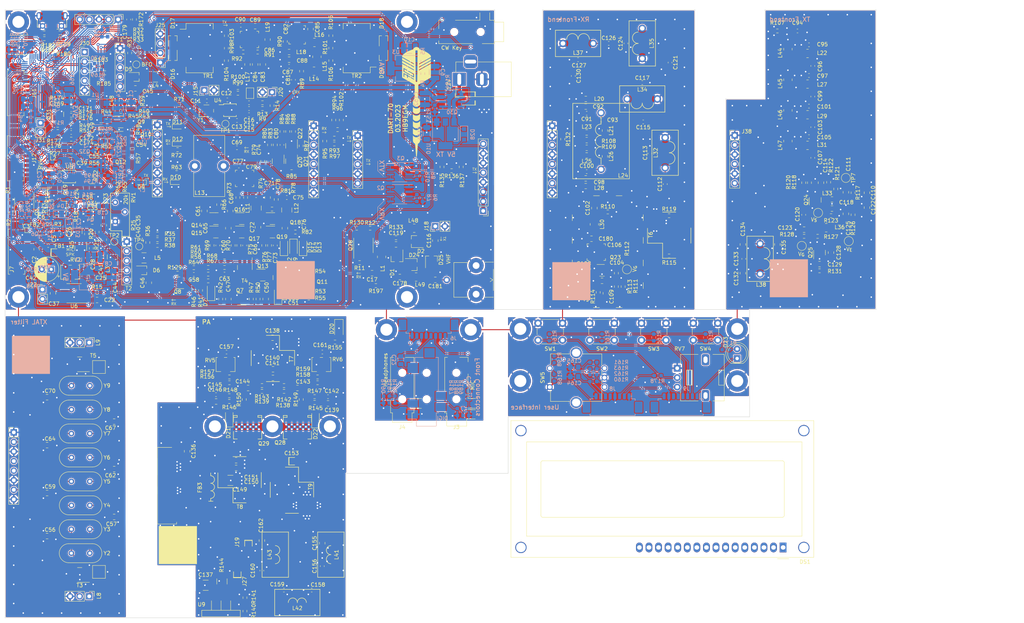
<source format=kicad_pcb>
(kicad_pcb (version 20211014) (generator pcbnew)

  (general
    (thickness 1.6)
  )

  (paper "A4")
  (title_block
    (title "DART-70 TRX")
    (date "2023-02-24")
    (rev "0")
    (company "HB9EGM")
  )

  (layers
    (0 "F.Cu" signal)
    (31 "B.Cu" signal)
    (32 "B.Adhes" user "B.Adhesive")
    (33 "F.Adhes" user "F.Adhesive")
    (34 "B.Paste" user)
    (35 "F.Paste" user)
    (36 "B.SilkS" user "B.Silkscreen")
    (37 "F.SilkS" user "F.Silkscreen")
    (38 "B.Mask" user)
    (39 "F.Mask" user)
    (40 "Dwgs.User" user "User.Drawings")
    (41 "Cmts.User" user "User.Comments")
    (42 "Eco1.User" user "User.Eco1")
    (43 "Eco2.User" user "User.Eco2")
    (44 "Edge.Cuts" user)
    (45 "Margin" user)
    (46 "B.CrtYd" user "B.Courtyard")
    (47 "F.CrtYd" user "F.Courtyard")
    (48 "B.Fab" user)
    (49 "F.Fab" user)
    (50 "User.1" user)
    (51 "User.2" user)
    (52 "User.3" user)
    (53 "User.4" user)
    (54 "User.5" user)
    (55 "User.6" user)
    (56 "User.7" user)
    (57 "User.8" user)
    (58 "User.9" user)
  )

  (setup
    (stackup
      (layer "F.SilkS" (type "Top Silk Screen"))
      (layer "F.Paste" (type "Top Solder Paste"))
      (layer "F.Mask" (type "Top Solder Mask") (thickness 0.01))
      (layer "F.Cu" (type "copper") (thickness 0.035))
      (layer "dielectric 1" (type "core") (thickness 1.51) (material "FR4") (epsilon_r 4.5) (loss_tangent 0.02))
      (layer "B.Cu" (type "copper") (thickness 0.035))
      (layer "B.Mask" (type "Bottom Solder Mask") (thickness 0.01))
      (layer "B.Paste" (type "Bottom Solder Paste"))
      (layer "B.SilkS" (type "Bottom Silk Screen"))
      (copper_finish "None")
      (dielectric_constraints no)
    )
    (pad_to_mask_clearance 0)
    (pcbplotparams
      (layerselection 0x0000130_ffffffff)
      (disableapertmacros false)
      (usegerberextensions false)
      (usegerberattributes true)
      (usegerberadvancedattributes true)
      (creategerberjobfile true)
      (svguseinch false)
      (svgprecision 6)
      (excludeedgelayer true)
      (plotframeref false)
      (viasonmask false)
      (mode 1)
      (useauxorigin false)
      (hpglpennumber 1)
      (hpglpenspeed 20)
      (hpglpendiameter 15.000000)
      (dxfpolygonmode true)
      (dxfimperialunits true)
      (dxfusepcbnewfont true)
      (psnegative false)
      (psa4output false)
      (plotreference true)
      (plotvalue true)
      (plotinvisibletext false)
      (sketchpadsonfab false)
      (subtractmaskfromsilk false)
      (outputformat 5)
      (mirror false)
      (drillshape 0)
      (scaleselection 1)
      (outputdirectory "out")
    )
  )

  (net 0 "")
  (net 1 "+12V")
  (net 2 "GND")
  (net 3 "Net-(C2-Pad1)")
  (net 4 "Net-(C3-Pad1)")
  (net 5 "+9VA")
  (net 6 "/MIC")
  (net 7 "Net-(C6-Pad2)")
  (net 8 "+5VA")
  (net 9 "Net-(C10-Pad1)")
  (net 10 "Net-(C11-Pad1)")
  (net 11 "Net-(C11-Pad2)")
  (net 12 "Net-(C14-Pad1)")
  (net 13 "Net-(C14-Pad2)")
  (net 14 "Net-(C15-Pad1)")
  (net 15 "/BFO")
  (net 16 "Net-(C16-Pad1)")
  (net 17 "Net-(C16-Pad2)")
  (net 18 "Net-(C17-Pad1)")
  (net 19 "/Antenna Switch/TX")
  (net 20 "Net-(C18-Pad1)")
  (net 21 "Net-(C18-Pad2)")
  (net 22 "Net-(C19-Pad1)")
  (net 23 "Net-(C19-Pad2)")
  (net 24 "Net-(C20-Pad1)")
  (net 25 "Net-(C20-Pad2)")
  (net 26 "Net-(C22-Pad1)")
  (net 27 "Net-(C23-Pad1)")
  (net 28 "Net-(C23-Pad2)")
  (net 29 "Net-(C25-Pad1)")
  (net 30 "Net-(C25-Pad2)")
  (net 31 "Net-(C26-Pad1)")
  (net 32 "Net-(C27-Pad1)")
  (net 33 "Net-(C27-Pad2)")
  (net 34 "Net-(C28-Pad1)")
  (net 35 "+VRX")
  (net 36 "Net-(C31-Pad1)")
  (net 37 "Net-(C33-Pad1)")
  (net 38 "/Baseband/VAGC")
  (net 39 "Net-(C37-Pad1)")
  (net 40 "Net-(C39-Pad1)")
  (net 41 "Net-(C39-Pad2)")
  (net 42 "Net-(C40-Pad2)")
  (net 43 "Net-(C41-Pad2)")
  (net 44 "Net-(C42-Pad1)")
  (net 45 "/Baseband/SPKR_OUT")
  (net 46 "Net-(C43-Pad2)")
  (net 47 "Net-(C44-Pad2)")
  (net 48 "Net-(C45-Pad1)")
  (net 49 "Net-(C45-Pad2)")
  (net 50 "Net-(C46-Pad1)")
  (net 51 "Net-(C46-Pad2)")
  (net 52 "Net-(C47-Pad1)")
  (net 53 "Net-(C47-Pad2)")
  (net 54 "Net-(C48-Pad1)")
  (net 55 "Net-(C48-Pad2)")
  (net 56 "Net-(C49-Pad1)")
  (net 57 "Net-(C49-Pad2)")
  (net 58 "Net-(C50-Pad1)")
  (net 59 "Net-(C51-Pad2)")
  (net 60 "Net-(C52-Pad1)")
  (net 61 "Net-(C53-Pad1)")
  (net 62 "Net-(C53-Pad2)")
  (net 63 "Net-(C54-Pad2)")
  (net 64 "Net-(C55-Pad1)")
  (net 65 "Net-(C55-Pad2)")
  (net 66 "Net-(C56-Pad2)")
  (net 67 "Net-(C57-Pad2)")
  (net 68 "Net-(C58-Pad1)")
  (net 69 "Net-(C59-Pad2)")
  (net 70 "Net-(C60-Pad2)")
  (net 71 "Net-(C61-Pad1)")
  (net 72 "Net-(C62-Pad2)")
  (net 73 "Net-(C63-Pad2)")
  (net 74 "Net-(C64-Pad2)")
  (net 75 "Net-(C65-Pad1)")
  (net 76 "Net-(C65-Pad2)")
  (net 77 "Net-(C66-Pad2)")
  (net 78 "Net-(C67-Pad2)")
  (net 79 "Net-(C68-Pad1)")
  (net 80 "Net-(C69-Pad1)")
  (net 81 "Net-(C69-Pad2)")
  (net 82 "Net-(C70-Pad2)")
  (net 83 "Net-(C71-Pad2)")
  (net 84 "Net-(C72-Pad1)")
  (net 85 "Net-(C72-Pad2)")
  (net 86 "Net-(C73-Pad2)")
  (net 87 "Net-(C74-Pad2)")
  (net 88 "Net-(C75-Pad2)")
  (net 89 "Net-(C76-Pad1)")
  (net 90 "Net-(C76-Pad2)")
  (net 91 "Net-(C78-Pad1)")
  (net 92 "Net-(C80-Pad1)")
  (net 93 "Net-(C80-Pad2)")
  (net 94 "Net-(C81-Pad1)")
  (net 95 "Net-(C81-Pad2)")
  (net 96 "Net-(C82-Pad1)")
  (net 97 "Net-(C82-Pad2)")
  (net 98 "Net-(C83-Pad2)")
  (net 99 "Net-(C86-Pad1)")
  (net 100 "Net-(C86-Pad2)")
  (net 101 "Net-(C87-Pad2)")
  (net 102 "Net-(C90-Pad2)")
  (net 103 "/70MHz VHF Frontend/VHF_RX")
  (net 104 "/70MHz VHF Frontend/TX_FROM_MIX")
  (net 105 "Net-(C94-Pad2)")
  (net 106 "Net-(C96-Pad2)")
  (net 107 "Net-(C100-Pad2)")
  (net 108 "Net-(C101-Pad2)")
  (net 109 "Net-(C102-Pad2)")
  (net 110 "Net-(C103-Pad1)")
  (net 111 "Net-(C104-Pad2)")
  (net 112 "Net-(C106-Pad1)")
  (net 113 "Net-(C107-Pad2)")
  (net 114 "Net-(C108-Pad1)")
  (net 115 "Net-(C109-Pad2)")
  (net 116 "/70MHz VHF Frontend/+VTX_FE")
  (net 117 "Net-(C111-Pad2)")
  (net 118 "Net-(C112-Pad1)")
  (net 119 "Net-(C112-Pad2)")
  (net 120 "Net-(C114-Pad2)")
  (net 121 "Net-(C115-Pad2)")
  (net 122 "Net-(C118-Pad2)")
  (net 123 "Net-(C120-Pad1)")
  (net 124 "Net-(C120-Pad2)")
  (net 125 "Net-(C121-Pad1)")
  (net 126 "Net-(C125-Pad2)")
  (net 127 "Net-(C126-Pad1)")
  (net 128 "Net-(C128-Pad1)")
  (net 129 "Net-(C128-Pad2)")
  (net 130 "Net-(C129-Pad1)")
  (net 131 "/70MHz VHF Frontend/RX_TO_MIX")
  (net 132 "/70MHz VHF Frontend/VHF_TX")
  (net 133 "Net-(C136-Pad2)")
  (net 134 "VGG1")
  (net 135 "Net-(C140-Pad1)")
  (net 136 "Net-(C140-Pad2)")
  (net 137 "Net-(C143-Pad1)")
  (net 138 "Net-(C143-Pad2)")
  (net 139 "Net-(C144-Pad1)")
  (net 140 "Net-(C144-Pad2)")
  (net 141 "VGG2")
  (net 142 "+3V3")
  (net 143 "/PA 70MHz/VG_5V")
  (net 144 "Net-(C155-Pad2)")
  (net 145 "Net-(C156-Pad2)")
  (net 146 "Net-(C159-Pad2)")
  (net 147 "/Control on separate board/ENC_B")
  (net 148 "/Control on separate board/ENC_A")
  (net 149 "/Control on separate board/3.3V_UI")
  (net 150 "Net-(C169-Pad1)")
  (net 151 "Net-(C171-Pad1)")
  (net 152 "Net-(C172-Pad1)")
  (net 153 "Net-(C173-Pad2)")
  (net 154 "Net-(C164-Pad2)")
  (net 155 "Net-(C176-Pad1)")
  (net 156 "Net-(C165-Pad1)")
  (net 157 "Net-(C116-Pad1)")
  (net 158 "Net-(D5-Pad1)")
  (net 159 "Net-(D5-Pad2)")
  (net 160 "Net-(D6-Pad1)")
  (net 161 "Net-(D6-Pad2)")
  (net 162 "Net-(D7-Pad2)")
  (net 163 "Net-(D8-Pad2)")
  (net 164 "Net-(C178-Pad1)")
  (net 165 "Net-(D10-Pad1)")
  (net 166 "Net-(D9-Pad2)")
  (net 167 "Net-(D11-Pad1)")
  (net 168 "Net-(D10-Pad2)")
  (net 169 "Net-(D13-Pad2)")
  (net 170 "Net-(D14-Pad2)")
  (net 171 "Net-(D15-Pad2)")
  (net 172 "Net-(D16-Pad1)")
  (net 173 "Net-(D16-Pad2)")
  (net 174 "Net-(D16-Pad3)")
  (net 175 "Net-(D17-Pad3)")
  (net 176 "Net-(D18-Pad1)")
  (net 177 "Net-(D18-Pad2)")
  (net 178 "Net-(D18-Pad3)")
  (net 179 "Net-(D19-Pad3)")
  (net 180 "Net-(D20-Pad2)")
  (net 181 "Net-(D21-Pad2)")
  (net 182 "/Control on separate board/STATUSn")
  (net 183 "Net-(D23-Pad2)")
  (net 184 "unconnected-(DS1-Pad1)")
  (net 185 "unconnected-(DS1-Pad2)")
  (net 186 "unconnected-(DS1-Pad3)")
  (net 187 "unconnected-(DS1-Pad4)")
  (net 188 "unconnected-(DS1-Pad5)")
  (net 189 "unconnected-(DS1-Pad6)")
  (net 190 "unconnected-(DS1-Pad7)")
  (net 191 "unconnected-(DS1-Pad8)")
  (net 192 "unconnected-(DS1-Pad9)")
  (net 193 "unconnected-(DS1-Pad10)")
  (net 194 "unconnected-(DS1-Pad11)")
  (net 195 "unconnected-(DS1-Pad12)")
  (net 196 "unconnected-(DS1-Pad13)")
  (net 197 "unconnected-(DS1-Pad14)")
  (net 198 "unconnected-(DS1-Pad15)")
  (net 199 "unconnected-(DS1-Pad16)")
  (net 200 "Net-(FB1-Pad2)")
  (net 201 "unconnected-(J3-PadNC)")
  (net 202 "Net-(C30-Pad2)")
  (net 203 "unconnected-(J3-PadR1)")
  (net 204 "Net-(J3-PadS)")
  (net 205 "Net-(J3-PadT)")
  (net 206 "unconnected-(J3-PadTN)")
  (net 207 "Net-(J4-PadR)")
  (net 208 "Net-(J4-PadTN)")
  (net 209 "/CW_RING")
  (net 210 "/CW_TIP")
  (net 211 "unconnected-(J5-PadTN)")
  (net 212 "Net-(C30-Pad1)")
  (net 213 "Net-(C32-Pad2)")
  (net 214 "Net-(C32-Pad1)")
  (net 215 "/Baseband/SPKR_DET")
  (net 216 "Net-(J8-Pad3)")
  (net 217 "Net-(J9-Pad2)")
  (net 218 "Net-(J9-Pad3)")
  (net 219 "Net-(J9-Pad4)")
  (net 220 "Net-(J9-Pad5)")
  (net 221 "unconnected-(J9-Pad6)")
  (net 222 "unconnected-(J12-Pad3)")
  (net 223 "/Baseband/GPIO_XTAL")
  (net 224 "/EN_VRX")
  (net 225 "/EN_VTX")
  (net 226 "Net-(D28-Pad1)")
  (net 227 "/Baseband/CW_KEYn")
  (net 228 "/Baseband/CW_TONE")
  (net 229 "/MIC_PTT")
  (net 230 "/Baseband/SPKR_VOL")
  (net 231 "/MUTE_MICn")
  (net 232 "/SDA")
  (net 233 "/SCL")
  (net 234 "/S_METER")
  (net 235 "/Baseband/VHF_IN")
  (net 236 "/Baseband/VHF_OUT")
  (net 237 "/CLK1")
  (net 238 "Net-(J22-Pad2)")
  (net 239 "+VTX")
  (net 240 "Net-(J24-Pad2)")
  (net 241 "unconnected-(J24-Pad4)")
  (net 242 "unconnected-(J24-Pad5)")
  (net 243 "Net-(J24-Pad7)")
  (net 244 "/Control on separate board/DISP_LAT")
  (net 245 "/Control on separate board/I2C2_SDA")
  (net 246 "/Control on separate board/I2C2_SCL")
  (net 247 "/Control on separate board/PC14")
  (net 248 "/Control on separate board/PC13")
  (net 249 "Net-(C93-Pad1)")
  (net 250 "/Control on separate board/USART1_TX")
  (net 251 "/Control on separate board/USART1_RX")
  (net 252 "/Control on separate board/PB15")
  (net 253 "unconnected-(J34-Pad1)")
  (net 254 "/Control on separate board/USB_DM")
  (net 255 "/Control on separate board/USB_DP")
  (net 256 "Net-(J34-Pad4)")
  (net 257 "/Control on separate board/SWCLK")
  (net 258 "/Control on separate board/SWDIO")
  (net 259 "/Control on separate board/RESETn")
  (net 260 "/LO1")
  (net 261 "Net-(L14-Pad1)")
  (net 262 "Net-(L15-Pad1)")
  (net 263 "Net-(L19-Pad1)")
  (net 264 "Net-(L21-Pad2)")
  (net 265 "Net-(L23-Pad2)")
  (net 266 "Net-(L25-Pad2)")
  (net 267 "Net-(Q1-Pad2)")
  (net 268 "Net-(Q2-Pad4)")
  (net 269 "Net-(Q3-Pad4)")
  (net 270 "Net-(Q6-Pad1)")
  (net 271 "Net-(Q7-Pad1)")
  (net 272 "Net-(Q10-Pad1)")
  (net 273 "Net-(Q10-Pad2)")
  (net 274 "Net-(Q11-Pad1)")
  (net 275 "Net-(Q11-Pad3)")
  (net 276 "Net-(Q13-Pad1)")
  (net 277 "Net-(Q14-Pad2)")
  (net 278 "Net-(Q14-Pad3)")
  (net 279 "Net-(Q16-Pad2)")
  (net 280 "Net-(Q18-Pad2)")
  (net 281 "Net-(Q20-Pad1)")
  (net 282 "Net-(Q21-Pad1)")
  (net 283 "Net-(Q23-Pad1)")
  (net 284 "Net-(Q24-Pad4)")
  (net 285 "/70MHz VHF Frontend/+VRX_FE")
  (net 286 "Net-(Q30-Pad4)")
  (net 287 "Net-(R22-Pad2)")
  (net 288 "Net-(R23-Pad2)")
  (net 289 "Net-(R28-Pad2)")
  (net 290 "Net-(R31-Pad1)")
  (net 291 "Net-(R31-Pad2)")
  (net 292 "Net-(R35-Pad1)")
  (net 293 "Net-(R36-Pad1)")
  (net 294 "Net-(R93-Pad1)")
  (net 295 "Net-(R103-Pad2)")
  (net 296 "Net-(R104-Pad2)")
  (net 297 "Net-(R100-Pad1)")
  (net 298 "Net-(R101-Pad1)")
  (net 299 "Net-(R111-Pad2)")
  (net 300 "Net-(R140-Pad1)")
  (net 301 "Net-(J27-Pad1)")
  (net 302 "Net-(R157-Pad1)")
  (net 303 "Net-(R159-Pad1)")
  (net 304 "Net-(R160-Pad1)")
  (net 305 "Net-(R161-Pad2)")
  (net 306 "/Control on separate board/BTN0")
  (net 307 "/Control on separate board/BTN1")
  (net 308 "/Control on separate board/BTN2")
  (net 309 "/Control on separate board/BTN3")
  (net 310 "Net-(R168-Pad1)")
  (net 311 "/Control on separate board/ENC_BTN")
  (net 312 "/Control on separate board/XTAL1")
  (net 313 "/Control on separate board/XTAL2")
  (net 314 "/Control on separate board/PWM_CW")
  (net 315 "/Control on separate board/MUTE_SPKR")
  (net 316 "Net-(R178-Pad2)")
  (net 317 "Net-(R179-Pad2)")
  (net 318 "Net-(R180-Pad2)")
  (net 319 "/Control on separate board/BOOT0")
  (net 320 "/Control on separate board/BOOT1")
  (net 321 "unconnected-(T3-Pad2)")
  (net 322 "unconnected-(T5-Pad2)")
  (net 323 "unconnected-(TR1-Pad10)")
  (net 324 "unconnected-(TR1-Pad15)")
  (net 325 "unconnected-(TR2-Pad10)")
  (net 326 "unconnected-(TR2-Pad15)")
  (net 327 "Net-(U4-Pad3)")
  (net 328 "Net-(D23-Pad1)")
  (net 329 "Net-(D22-Pad2)")
  (net 330 "unconnected-(T4-Pad2)")
  (net 331 "/Antenna Switch/RX")
  (net 332 "Net-(C38-Pad1)")
  (net 333 "Net-(L22-Pad2)")
  (net 334 "Net-(L27-Pad2)")
  (net 335 "Net-(L29-Pad2)")
  (net 336 "Net-(L31-Pad2)")
  (net 337 "unconnected-(U11-Pad1)")
  (net 338 "Net-(C119-Pad1)")
  (net 339 "/Antenna Switch/ANT")
  (net 340 "/Antenna Switch/V_{PIN}")
  (net 341 "Net-(Q26-Pad5)")
  (net 342 "Net-(Q26-Pad7)")
  (net 343 "/TX_to_PA")
  (net 344 "/Baseband/AGC_to_METER")
  (net 345 "Net-(C136-Pad1)")
  (net 346 "/PA 70MHz/V_{DD}")
  (net 347 "Net-(C154-Pad1)")
  (net 348 "Net-(C137-Pad1)")
  (net 349 "Net-(C181-Pad2)")
  (net 350 "Net-(FB3-Pad1)")
  (net 351 "Net-(J16-Pad5)")
  (net 352 "Net-(C162-Pad2)")
  (net 353 "Net-(J8-Pad2)")
  (net 354 "Net-(J8-Pad5)")
  (net 355 "Net-(Q1-Pad4)")
  (net 356 "Net-(C148-Pad2)")
  (net 357 "Net-(Q28-Pad1)")
  (net 358 "Net-(Q29-Pad1)")
  (net 359 "Net-(C147-Pad2)")
  (net 360 "Net-(C163-Pad1)")
  (net 361 "Net-(C163-Pad2)")
  (net 362 "Net-(C177-Pad2)")
  (net 363 "Net-(J7-Pad4)")
  (net 364 "unconnected-(J28-PadNC)")
  (net 365 "Net-(J28-PadR1)")
  (net 366 "Net-(J28-PadR2)")
  (net 367 "unconnected-(J28-PadTN)")
  (net 368 "Net-(Q27-Pad1)")
  (net 369 "Net-(Q32-Pad1)")
  (net 370 "/Control on separate board/PB4")
  (net 371 "/VOX_PTTn")
  (net 372 "Net-(D11-Pad2)")

  (footprint "Capacitor_SMD:C_0603_1608Metric_Pad1.08x0.95mm_HandSolder" (layer "F.Cu") (at 30.48 52.832 180))

  (footprint "Resistor_SMD:R_0603_1608Metric_Pad0.98x0.95mm_HandSolder" (layer "F.Cu") (at 224.663 66.167 -90))

  (footprint "Crystal:Crystal_HC49-U_Vertical" (layer "F.Cu") (at 30.531 145.41))

  (footprint "Resistor_SMD:R_0603_1608Metric_Pad0.98x0.95mm_HandSolder" (layer "F.Cu") (at 72.42 119.228))

  (footprint "Resistor_SMD:R_0603_1608Metric_Pad0.98x0.95mm_HandSolder" (layer "F.Cu") (at 89.916 79.248))

  (footprint "Package_SO:MSOP-10_3x3mm_P0.5mm" (layer "F.Cu") (at 29.972 64.516))

  (footprint "mpb:four_4mm_pads_narrow" (layer "F.Cu") (at 83.85 112.624 -90))

  (footprint "Potentiometer_SMD:Potentiometer_Bourns_3214W_Vertical" (layer "F.Cu") (at 23.368 65.024 -90))

  (footprint "Potentiometer_SMD:Potentiometer_Bourns_3214W_Vertical" (layer "F.Cu") (at 26.67 72.898 180))

  (footprint "Resistor_SMD:R_0603_1608Metric_Pad0.98x0.95mm_HandSolder" (layer "F.Cu") (at 237.744 74.676 90))

  (footprint "Capacitor_SMD:C_0603_1608Metric_Pad1.08x0.95mm_HandSolder" (layer "F.Cu") (at 183.896 58.42 -90))

  (footprint "Resistor_SMD:R_0603_1608Metric_Pad0.98x0.95mm_HandSolder" (layer "F.Cu") (at 59.0785 45.466))

  (footprint "Capacitor_SMD:C_0603_1608Metric_Pad1.08x0.95mm_HandSolder" (layer "F.Cu") (at 42.672 44.45 90))

  (footprint "Resistor_SMD:R_0603_1608Metric_Pad0.98x0.95mm_HandSolder" (layer "F.Cu") (at 228.346 80.391 180))

  (footprint "Capacitor_SMD:C_0805_2012Metric_Pad1.18x1.45mm_HandSolder" (layer "F.Cu") (at 83.977 115.672))

  (footprint "Capacitor_SMD:C_0805_2012Metric_Pad1.18x1.45mm_HandSolder" (layer "F.Cu") (at 83.9555 117.958))

  (footprint "Diode_SMD:D_SOD-123F" (layer "F.Cu") (at 86.868 83.312 90))

  (footprint "Resistor_SMD:R_0603_1608Metric_Pad0.98x0.95mm_HandSolder" (layer "F.Cu") (at 48.514 32.507 180))

  (footprint "mpb:PLD-1.5W" (layer "F.Cu") (at 77.246 130.912))

  (footprint "Capacitor_SMD:C_0805_2012Metric_Pad1.18x1.45mm_HandSolder" (layer "F.Cu") (at 61.214 137.414 -90))

  (footprint "Capacitor_SMD:C_0805_2012Metric_Pad1.18x1.45mm_HandSolder" (layer "F.Cu") (at 208.534 82.55 -90))

  (footprint "Connector_BarrelJack:BarrelJack_Horizontal" (layer "F.Cu") (at 133.35 38.735 180))

  (footprint "Inductor_SMD:L_1008_2520Metric_Pad1.43x2.20mm_HandSolder" (layer "F.Cu") (at 220.472 30.734 90))

  (footprint "Package_TO_SOT_SMD:SOT-23" (layer "F.Cu") (at 58.674 92.71 180))

  (footprint "MountingHole:MountingHole_3.2mm_M3_DIN965_Pad" (layer "F.Cu") (at 149.536 104.956))

  (footprint "Resistor_SMD:R_0603_1608Metric_Pad0.98x0.95mm_HandSolder" (layer "F.Cu") (at 46.6575 52.07 90))

  (footprint "TestPoint:TestPoint_Pad_3.0x3.0mm" (layer "F.Cu") (at 37.846 169.418))

  (footprint "Capacitor_SMD:C_0805_2012Metric_Pad1.18x1.45mm_HandSolder" (layer "F.Cu") (at 168.402 81.026 180))

  (footprint "Inductor_SMD:L_1008_2520Metric_Pad1.43x2.20mm_HandSolder" (layer "F.Cu") (at 94.957 28.956))

  (footprint "Connector_PinHeader_1.27mm:PinHeader_2x04_P1.27mm_Vertical_SMD" (layer "F.Cu") (at 17.272 29.591))

  (footprint "Capacitor_SMD:C_0805_2012Metric_Pad1.18x1.45mm_HandSolder" (layer "F.Cu") (at 97.028 161.798 90))

  (footprint "Capacitor_SMD:C_0603_1608Metric_Pad1.08x0.95mm_HandSolder" (layer "F.Cu") (at 40.8155 51.562 90))

  (footprint "mpb:two_4mm_pads" (layer "F.Cu") (at 135.89 43.815 -90))

  (footprint "Inductor_SMD:L_1008_2520Metric_Pad1.43x2.20mm_HandSolder" (layer "F.Cu") (at 220.472 55.118 90))

  (footprint "Capacitor_SMD:C_0805_2012Metric_Pad1.18x1.45mm_HandSolder" (layer "F.Cu") (at 82.042 97.028 -90))

  (footprint "Capacitor_SMD:C_0603_1608Metric_Pad1.08x0.95mm_HandSolder" (layer "F.Cu") (at 89.408 38.862 90))

  (footprint "Resistor_SMD:R_0603_1608Metric_Pad0.98x0.95mm_HandSolder" (layer "F.Cu") (at 39.7995 48.768))

  (footprint "Inductor_SMD:L_0805_2012Metric_Pad1.15x1.40mm_HandSolder" (layer "F.Cu") (at 167.132 52.832 180))

  (footprint "TestPoint:TestPoint_Pad_D2.0mm" (layer "F.Cu") (at 236.601 81.661 -90))

  (footprint "Resistor_SMD:R_0603_1608Metric_Pad0.98x0.95mm_HandSolder" (layer "F.Cu") (at 72.39 124.206 180))

  (footprint "Package_TO_SOT_SMD:SOT-323_SC-70_Handsoldering" (layer "F.Cu") (at 57.404 27.9185 90))

  (footprint "Resistor_SMD:R_0603_1608Metric_Pad0.98x0.95mm_HandSolder" (layer "F.Cu") (at 76.543 179.822 -90))

  (footprint "Resistor_SMD:R_0603_1608Metric_Pad0.98x0.95mm_HandSolder" (layer "F.Cu") (at 74.676 70.104 -90))

  (footprint "Capacitor_SMD:C_0603_1608Metric_Pad1.08x0.95mm_HandSolder" (layer "F.Cu") (at 76.454 82.804 90))

  (footprint "Potentiometer_SMD:Potentiometer_Bourns_3214W_Vertical" (layer "F.Cu") (at 96.804 114.402))

  (footprint "Capacitor_SMD:C_0805_2012Metric_Pad1.18x1.45mm_HandSolder" (layer "F.Cu") (at 241.427 68.834 90))

  (footprint "Capacitor_SMD:C_0805_2012Metric_Pad1.18x1.45mm_HandSolder" (layer "F.Cu") (at 41.871 129.535 180))

  (footprint "Capacitor_SMD:C_0805_2012Metric_Pad1.18x1.45mm_HandSolder" (layer "F.Cu") (at 79.248 34.798 -90))

  (footprint "Crystal:Crystal_HC49-U_Vertical" (layer "F.Cu") (at 35.431 120.01 180))

  (footprint "Jumper:SolderJumper-2_P1.3mm_Open_TrianglePad1.0x1.5mm" (layer "F.Cu") (at 77.8775 42.418 90))

  (footprint "Capacitor_SMD:C_0805_2012Metric_Pad1.18x1.45mm_HandSolder" (layer "F.Cu") (at 232.156 73.025 180))

  (footprint "Resistor_SMD:R_0603_1608Metric_Pad0.98x0.95mm_HandSolder" (layer "F.Cu") (at 89.408 52.578 -90))

  (footprint "Resistor_SMD:R_0603_1608Metric_Pad0.98x0.95mm_HandSolder" (layer "F.Cu") (at 228.854 89.535 180))

  (footprint "Resistor_SMD:R_0603_1608Metric_Pad0.98x0.95mm_HandSolder" (layer "F.Cu") (at 231.902 74.93))

  (footprint "Capacitor_SMD:C_0805_2012Metric_Pad1.18x1.45mm_HandSolder" (layer "F.Cu") (at 241.427 72.771 -90))

  (footprint "mpb:TO-220-3_Vertical_SMD" (layer "F.Cu")
    (tedit 605B297E) (tstamp 1c1eebce-3ee0-4d91-b1d4-9bfd3669f304)
    (at 72.743 175.919 180)
    (descr "TO-220-3, Horizontal, RM 2.54mm, see https://www.vishay.com/docs/66542/to-220-1.pdf")
    (tags "TO-220-3 Horizontal RM 2.54mm")
    (property "Need_order" "0")
    (property "Sheetfile" "pa_70.kicad_sch")
    (property "Sheetname" "PA 7
... [6608924 chars truncated]
</source>
